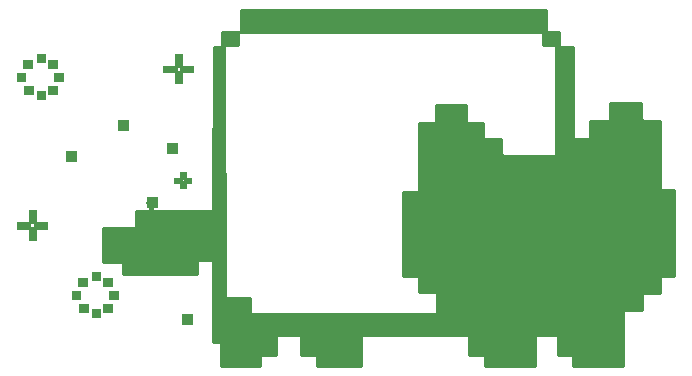
<source format=gbr>
G04 #@! TF.GenerationSoftware,KiCad,Pcbnew,(5.1.2)-1*
G04 #@! TF.CreationDate,2019-10-01T23:28:24-05:00*
G04 #@! TF.ProjectId,nyan,6e79616e-2e6b-4696-9361-645f70636258,rev?*
G04 #@! TF.SameCoordinates,Original*
G04 #@! TF.FileFunction,Copper,L1,Top*
G04 #@! TF.FilePolarity,Positive*
%FSLAX46Y46*%
G04 Gerber Fmt 4.6, Leading zero omitted, Abs format (unit mm)*
G04 Created by KiCad (PCBNEW (5.1.2)-1) date 2019-10-01 23:28:24*
%MOMM*%
%LPD*%
G04 APERTURE LIST*
%ADD10C,0.010000*%
%ADD11C,0.800000*%
%ADD12C,0.381000*%
%ADD13C,0.254000*%
G04 APERTURE END LIST*
D10*
G36*
X120675400Y-60004960D02*
G01*
X119934567Y-60004960D01*
X119934567Y-59306460D01*
X120675400Y-59306460D01*
X120675400Y-60004960D01*
X120675400Y-60004960D01*
G37*
X120675400Y-60004960D02*
X119934567Y-60004960D01*
X119934567Y-59306460D01*
X120675400Y-59306460D01*
X120675400Y-60004960D01*
G36*
X121648220Y-60535820D02*
G01*
X121323100Y-60535820D01*
X121206260Y-60535820D01*
X121094500Y-60535820D01*
X121015760Y-60535820D01*
X120962420Y-60535820D01*
X120929400Y-60535820D01*
X120929400Y-60492640D01*
X120929400Y-60431680D01*
X120929400Y-60347860D01*
X120929715Y-60241408D01*
X120929400Y-60170766D01*
X120929400Y-59835627D01*
X121691400Y-59835627D01*
X121691400Y-60535820D01*
X121648220Y-60535820D01*
G37*
X121648220Y-60535820D02*
X121323100Y-60535820D01*
X121206260Y-60535820D01*
X121094500Y-60535820D01*
X121015760Y-60535820D01*
X120962420Y-60535820D01*
X120929400Y-60535820D01*
X120929400Y-60492640D01*
X120929400Y-60431680D01*
X120929400Y-60347860D01*
X120929715Y-60241408D01*
X120929400Y-60170766D01*
X120929400Y-59835627D01*
X121691400Y-59835627D01*
X121691400Y-60535820D01*
X121648220Y-60535820D01*
G36*
X119511234Y-60534127D02*
G01*
X118770400Y-60534127D01*
X118770400Y-59835627D01*
X119511234Y-59835627D01*
X119511234Y-60534127D01*
X119511234Y-60534127D01*
G37*
X119511234Y-60534127D02*
X118770400Y-60534127D01*
X118770400Y-59835627D01*
X119511234Y-59835627D01*
X119511234Y-60534127D01*
G36*
X122157067Y-61613627D02*
G01*
X121395067Y-61613627D01*
X121395067Y-60936294D01*
X122157067Y-60936294D01*
X122157067Y-61613627D01*
X122157067Y-61613627D01*
G37*
X122157067Y-61613627D02*
X121395067Y-61613627D01*
X121395067Y-60936294D01*
X122157067Y-60936294D01*
X122157067Y-61613627D01*
G36*
X118982067Y-61613627D02*
G01*
X118241234Y-61613627D01*
X118241234Y-60936294D01*
X118982067Y-60936294D01*
X118982067Y-61613627D01*
X118982067Y-61613627D01*
G37*
X118982067Y-61613627D02*
X118241234Y-61613627D01*
X118241234Y-60936294D01*
X118982067Y-60936294D01*
X118982067Y-61613627D01*
G36*
X121627900Y-62714294D02*
G01*
X120887067Y-62714294D01*
X120887067Y-62015794D01*
X121627900Y-62015794D01*
X121627900Y-62714294D01*
X121627900Y-62714294D01*
G37*
X121627900Y-62714294D02*
X120887067Y-62714294D01*
X120887067Y-62015794D01*
X121627900Y-62015794D01*
X121627900Y-62714294D01*
G36*
X119595900Y-62714294D02*
G01*
X118855067Y-62714294D01*
X118855067Y-62015794D01*
X119595900Y-62015794D01*
X119595900Y-62714294D01*
X119595900Y-62714294D01*
G37*
X119595900Y-62714294D02*
X118855067Y-62714294D01*
X118855067Y-62015794D01*
X119595900Y-62015794D01*
X119595900Y-62714294D01*
G36*
X120675400Y-63137627D02*
G01*
X119934567Y-63137627D01*
X119934567Y-62439127D01*
X120675400Y-62439127D01*
X120675400Y-63137627D01*
X120675400Y-63137627D01*
G37*
X120675400Y-63137627D02*
X119934567Y-63137627D01*
X119934567Y-62439127D01*
X120675400Y-62439127D01*
X120675400Y-63137627D01*
G36*
X127655556Y-65333669D02*
G01*
X127649817Y-65751710D01*
X126792567Y-65763170D01*
X126792567Y-64915627D01*
X127661295Y-64915627D01*
X127655556Y-65333669D01*
X127655556Y-65333669D01*
G37*
X127655556Y-65333669D02*
X127649817Y-65751710D01*
X126792567Y-65763170D01*
X126792567Y-64915627D01*
X127661295Y-64915627D01*
X127655556Y-65333669D01*
G36*
X132346700Y-69268340D02*
G01*
X132567680Y-69268340D01*
X132566421Y-69545148D01*
X132567680Y-69804280D01*
X133050280Y-69804280D01*
X133050280Y-70208140D01*
X132571067Y-70207294D01*
X132571067Y-70694127D01*
X132063067Y-70694127D01*
X132063067Y-70207294D01*
X131597400Y-70207294D01*
X131597400Y-69910960D01*
X132211234Y-69910960D01*
X132211234Y-70080294D01*
X132422900Y-70080294D01*
X132422900Y-69910960D01*
X132211234Y-69910960D01*
X131597400Y-69910960D01*
X131597400Y-69805127D01*
X132063067Y-69805127D01*
X132064760Y-69268340D01*
X132273040Y-69268340D01*
X132346700Y-69268340D01*
G37*
X132346700Y-69268340D02*
X132567680Y-69268340D01*
X132566421Y-69545148D01*
X132567680Y-69804280D01*
X133050280Y-69804280D01*
X133050280Y-70208140D01*
X132571067Y-70207294D01*
X132571067Y-70694127D01*
X132063067Y-70694127D01*
X132063067Y-70207294D01*
X131597400Y-70207294D01*
X131597400Y-69910960D01*
X132211234Y-69910960D01*
X132211234Y-70080294D01*
X132422900Y-70080294D01*
X132422900Y-69910960D01*
X132211234Y-69910960D01*
X131597400Y-69910960D01*
X131597400Y-69805127D01*
X132063067Y-69805127D01*
X132064760Y-69268340D01*
X132273040Y-69268340D01*
X132346700Y-69268340D01*
G36*
X119860060Y-73517760D02*
G01*
X120337580Y-73517760D01*
X120804940Y-73517760D01*
X120804940Y-74094340D01*
X120340120Y-74094340D01*
X119865140Y-74094340D01*
X119860060Y-74546460D01*
X119860060Y-75018900D01*
X119270780Y-75021440D01*
X119273521Y-74551752D01*
X119275860Y-74084180D01*
X118287800Y-74084180D01*
X118283567Y-73636294D01*
X119420640Y-73638833D01*
X119420640Y-73935166D01*
X119750840Y-73935166D01*
X119750840Y-73638833D01*
X119341900Y-73636294D01*
X118283567Y-73636294D01*
X118283567Y-73509294D01*
X119278400Y-73509294D01*
X119278400Y-72556794D01*
X119857520Y-72557640D01*
X119860484Y-73472040D01*
X119860060Y-73517760D01*
G37*
X119860060Y-73517760D02*
X120337580Y-73517760D01*
X120804940Y-73517760D01*
X120804940Y-74094340D01*
X120340120Y-74094340D01*
X119865140Y-74094340D01*
X119860060Y-74546460D01*
X119860060Y-75018900D01*
X119270780Y-75021440D01*
X119273521Y-74551752D01*
X119275860Y-74084180D01*
X118287800Y-74084180D01*
X118283567Y-73636294D01*
X119420640Y-73638833D01*
X119420640Y-73935166D01*
X119750840Y-73935166D01*
X119750840Y-73638833D01*
X119341900Y-73636294D01*
X118283567Y-73636294D01*
X118283567Y-73509294D01*
X119278400Y-73509294D01*
X119278400Y-72556794D01*
X119857520Y-72557640D01*
X119860484Y-73472040D01*
X119860060Y-73517760D01*
G36*
X123281440Y-68392040D02*
G01*
X122867420Y-68392040D01*
X122707400Y-68392040D01*
X122593100Y-68392040D01*
X122514360Y-68392040D01*
X122461020Y-68392040D01*
X122415300Y-68392040D01*
X122415300Y-68361560D01*
X122415300Y-68333620D01*
X122415300Y-68270120D01*
X122415300Y-68178680D01*
X122415300Y-68061840D01*
X122415300Y-67939920D01*
X122415300Y-67541140D01*
X123281440Y-67541957D01*
X123281440Y-68389500D01*
X123281440Y-68392040D01*
G37*
X123281440Y-68392040D02*
X122867420Y-68392040D01*
X122707400Y-68392040D01*
X122593100Y-68392040D01*
X122514360Y-68392040D01*
X122461020Y-68392040D01*
X122415300Y-68392040D01*
X122415300Y-68361560D01*
X122415300Y-68333620D01*
X122415300Y-68270120D01*
X122415300Y-68178680D01*
X122415300Y-68061840D01*
X122415300Y-67939920D01*
X122415300Y-67541140D01*
X123281440Y-67541957D01*
X123281440Y-68389500D01*
X123281440Y-68392040D01*
G36*
X133079067Y-82187627D02*
G01*
X132211234Y-82187627D01*
X132211234Y-81362127D01*
X133079067Y-81362127D01*
X133079067Y-82187627D01*
X133079067Y-82187627D01*
G37*
X133079067Y-82187627D02*
X132211234Y-82187627D01*
X132211234Y-81362127D01*
X133079067Y-81362127D01*
X133079067Y-82187627D01*
G36*
X130114733Y-72260460D02*
G01*
X129246900Y-72260460D01*
X129246900Y-71434960D01*
X130114733Y-71434960D01*
X130114733Y-72260460D01*
X130114733Y-72260460D01*
G37*
X130114733Y-72260460D02*
X129246900Y-72260460D01*
X129246900Y-71434960D01*
X130114733Y-71434960D01*
X130114733Y-72260460D01*
G36*
X131845473Y-67675760D02*
G01*
X130977640Y-67675760D01*
X130977640Y-66850260D01*
X131845473Y-66850260D01*
X131845473Y-67675760D01*
X131845473Y-67675760D01*
G37*
X131845473Y-67675760D02*
X130977640Y-67675760D01*
X130977640Y-66850260D01*
X131845473Y-66850260D01*
X131845473Y-67675760D01*
G36*
X132224780Y-60291980D02*
G01*
X132702300Y-60291980D01*
X133169660Y-60291980D01*
X133169660Y-60868560D01*
X132704840Y-60868560D01*
X132229860Y-60868560D01*
X132224780Y-61320680D01*
X132224780Y-61793120D01*
X131635500Y-61795660D01*
X131638241Y-61325972D01*
X131640580Y-60858400D01*
X130652520Y-60858400D01*
X130648287Y-60410514D01*
X131785360Y-60413053D01*
X131785360Y-60709386D01*
X132115560Y-60709386D01*
X132115560Y-60413053D01*
X131706620Y-60410514D01*
X130648287Y-60410514D01*
X130648287Y-60283514D01*
X131643120Y-60283514D01*
X131643120Y-59331014D01*
X132222240Y-59331860D01*
X132225204Y-60246260D01*
X132224780Y-60291980D01*
G37*
X132224780Y-60291980D02*
X132702300Y-60291980D01*
X133169660Y-60291980D01*
X133169660Y-60868560D01*
X132704840Y-60868560D01*
X132229860Y-60868560D01*
X132224780Y-61320680D01*
X132224780Y-61793120D01*
X131635500Y-61795660D01*
X131638241Y-61325972D01*
X131640580Y-60858400D01*
X130652520Y-60858400D01*
X130648287Y-60410514D01*
X131785360Y-60413053D01*
X131785360Y-60709386D01*
X132115560Y-60709386D01*
X132115560Y-60413053D01*
X131706620Y-60410514D01*
X130648287Y-60410514D01*
X130648287Y-60283514D01*
X131643120Y-60283514D01*
X131643120Y-59331014D01*
X132222240Y-59331860D01*
X132225204Y-60246260D01*
X132224780Y-60291980D01*
G36*
X126281180Y-81159774D02*
G01*
X125540347Y-81159774D01*
X125540347Y-80461274D01*
X126281180Y-80461274D01*
X126281180Y-81159774D01*
X126281180Y-81159774D01*
G37*
X126281180Y-81159774D02*
X125540347Y-81159774D01*
X125540347Y-80461274D01*
X126281180Y-80461274D01*
X126281180Y-81159774D01*
G36*
X124164514Y-78979607D02*
G01*
X123423680Y-78979607D01*
X123423680Y-78281107D01*
X124164514Y-78281107D01*
X124164514Y-78979607D01*
X124164514Y-78979607D01*
G37*
X124164514Y-78979607D02*
X123423680Y-78979607D01*
X123423680Y-78281107D01*
X124164514Y-78281107D01*
X124164514Y-78979607D01*
G36*
X126344680Y-78979607D02*
G01*
X125977791Y-78979607D01*
X125857000Y-78978830D01*
X125750320Y-78978760D01*
X125666500Y-78978760D01*
X125614208Y-78978760D01*
X125585220Y-78978760D01*
X125585220Y-78940525D01*
X125585220Y-78877160D01*
X125585220Y-78793694D01*
X125585220Y-78686660D01*
X125585220Y-78615540D01*
X125585220Y-78280260D01*
X126344680Y-78281107D01*
X126344680Y-78979607D01*
X126344680Y-78979607D01*
G37*
X126344680Y-78979607D02*
X125977791Y-78979607D01*
X125857000Y-78978830D01*
X125750320Y-78978760D01*
X125666500Y-78978760D01*
X125614208Y-78978760D01*
X125585220Y-78978760D01*
X125585220Y-78940525D01*
X125585220Y-78877160D01*
X125585220Y-78793694D01*
X125585220Y-78686660D01*
X125585220Y-78615540D01*
X125585220Y-78280260D01*
X126344680Y-78281107D01*
X126344680Y-78979607D01*
G36*
X123635347Y-80059107D02*
G01*
X122894514Y-80059107D01*
X122894514Y-79381774D01*
X123635347Y-79381774D01*
X123635347Y-80059107D01*
X123635347Y-80059107D01*
G37*
X123635347Y-80059107D02*
X122894514Y-80059107D01*
X122894514Y-79381774D01*
X123635347Y-79381774D01*
X123635347Y-80059107D01*
G36*
X125328680Y-78450440D02*
G01*
X124587847Y-78450440D01*
X124587847Y-77751940D01*
X125328680Y-77751940D01*
X125328680Y-78450440D01*
X125328680Y-78450440D01*
G37*
X125328680Y-78450440D02*
X124587847Y-78450440D01*
X124587847Y-77751940D01*
X125328680Y-77751940D01*
X125328680Y-78450440D01*
G36*
X124249180Y-81159774D02*
G01*
X123508347Y-81159774D01*
X123508347Y-80461274D01*
X124249180Y-80461274D01*
X124249180Y-81159774D01*
X124249180Y-81159774D01*
G37*
X124249180Y-81159774D02*
X123508347Y-81159774D01*
X123508347Y-80461274D01*
X124249180Y-80461274D01*
X124249180Y-81159774D01*
G36*
X126810347Y-80059107D02*
G01*
X126048347Y-80059107D01*
X126048347Y-79381774D01*
X126810347Y-79381774D01*
X126810347Y-80059107D01*
X126810347Y-80059107D01*
G37*
X126810347Y-80059107D02*
X126048347Y-80059107D01*
X126048347Y-79381774D01*
X126810347Y-79381774D01*
X126810347Y-80059107D01*
G36*
X125328680Y-81583107D02*
G01*
X124587847Y-81583107D01*
X124587847Y-80884607D01*
X125328680Y-80884607D01*
X125328680Y-81583107D01*
X125328680Y-81583107D01*
G37*
X125328680Y-81583107D02*
X124587847Y-81583107D01*
X124587847Y-80884607D01*
X125328680Y-80884607D01*
X125328680Y-81583107D01*
D11*
X135382000Y-73787000D03*
X129667000Y-71882000D03*
X135382000Y-66294000D03*
X135382000Y-76454000D03*
X135509000Y-64135000D03*
X135509000Y-59944000D03*
D12*
X129667000Y-71882000D02*
X129667000Y-72644000D01*
D13*
G36*
X163033595Y-57250251D02*
G01*
X163032739Y-57258943D01*
X163036156Y-57293641D01*
X163046277Y-57327006D01*
X163062713Y-57357754D01*
X163084832Y-57384706D01*
X163111784Y-57406825D01*
X163142532Y-57423261D01*
X163175897Y-57433382D01*
X163210595Y-57436799D01*
X163219287Y-57435943D01*
X164133270Y-57435943D01*
X164133269Y-58514258D01*
X164132413Y-58522950D01*
X164135830Y-58557648D01*
X164145951Y-58591013D01*
X164162387Y-58621761D01*
X164184506Y-58648713D01*
X164211458Y-58670832D01*
X164242206Y-58687268D01*
X164275571Y-58697389D01*
X164310269Y-58700806D01*
X164318961Y-58699950D01*
X165344103Y-58699950D01*
X165344102Y-62726749D01*
X165344103Y-62726759D01*
X165344102Y-66350261D01*
X165343247Y-66359245D01*
X165344983Y-66376298D01*
X165346663Y-66393358D01*
X165346748Y-66393639D01*
X165346778Y-66393931D01*
X165351792Y-66410266D01*
X165356784Y-66426723D01*
X165356923Y-66426983D01*
X165357009Y-66427263D01*
X165365114Y-66442307D01*
X165373220Y-66457471D01*
X165373407Y-66457699D01*
X165373546Y-66457957D01*
X165384484Y-66471196D01*
X165395339Y-66484423D01*
X165395565Y-66484609D01*
X165395753Y-66484836D01*
X165408953Y-66495596D01*
X165422291Y-66506543D01*
X165422555Y-66506684D01*
X165422778Y-66506866D01*
X165437645Y-66514750D01*
X165453039Y-66522979D01*
X165453325Y-66523066D01*
X165453580Y-66523201D01*
X165469826Y-66528071D01*
X165486404Y-66533100D01*
X165486697Y-66533129D01*
X165486978Y-66533213D01*
X165503900Y-66534823D01*
X165521102Y-66536517D01*
X165530090Y-66535632D01*
X166608755Y-66532089D01*
X166617162Y-66532917D01*
X166626149Y-66532032D01*
X166626435Y-66532031D01*
X166634667Y-66531193D01*
X166651860Y-66529500D01*
X166652142Y-66529415D01*
X166652432Y-66529385D01*
X166668683Y-66524397D01*
X166685225Y-66519379D01*
X166685487Y-66519239D01*
X166685764Y-66519154D01*
X166700682Y-66511117D01*
X166715973Y-66502943D01*
X166716202Y-66502755D01*
X166716458Y-66502617D01*
X166729548Y-66491802D01*
X166742925Y-66480824D01*
X166743113Y-66480595D01*
X166743337Y-66480410D01*
X166754024Y-66467300D01*
X166765044Y-66453872D01*
X166765185Y-66453608D01*
X166765367Y-66453385D01*
X166773251Y-66438518D01*
X166781480Y-66423124D01*
X166781567Y-66422838D01*
X166781702Y-66422583D01*
X166786572Y-66406337D01*
X166791601Y-66389759D01*
X166791630Y-66389466D01*
X166791714Y-66389185D01*
X166793337Y-66372133D01*
X166794162Y-66363753D01*
X166794162Y-66363461D01*
X166795017Y-66354477D01*
X166794162Y-66346078D01*
X166794162Y-64953864D01*
X168309660Y-64953864D01*
X168318352Y-64954720D01*
X168327044Y-64953864D01*
X168353050Y-64951303D01*
X168386415Y-64941182D01*
X168417163Y-64924746D01*
X168444115Y-64902627D01*
X168466234Y-64875675D01*
X168482670Y-64844927D01*
X168492791Y-64811562D01*
X168496208Y-64776864D01*
X168495352Y-64768172D01*
X168495352Y-63426308D01*
X171150983Y-63426308D01*
X171150982Y-64768172D01*
X171150126Y-64776864D01*
X171153543Y-64811562D01*
X171163664Y-64844927D01*
X171180100Y-64875675D01*
X171202219Y-64902627D01*
X171229171Y-64924746D01*
X171259919Y-64941182D01*
X171293284Y-64951303D01*
X171327982Y-64954720D01*
X171336674Y-64953864D01*
X172695593Y-64953864D01*
X172695592Y-70664411D01*
X172694736Y-70673103D01*
X172698153Y-70707801D01*
X172708274Y-70741166D01*
X172724710Y-70771914D01*
X172746829Y-70798866D01*
X172770748Y-70818496D01*
X172773781Y-70820985D01*
X172804529Y-70837421D01*
X172837894Y-70847542D01*
X172872592Y-70850959D01*
X172881284Y-70850103D01*
X173930143Y-70850103D01*
X173930142Y-78132827D01*
X172881284Y-78132827D01*
X172872592Y-78131971D01*
X172863900Y-78132827D01*
X172837894Y-78135388D01*
X172804529Y-78145509D01*
X172773781Y-78161945D01*
X172746829Y-78184064D01*
X172724710Y-78211016D01*
X172708274Y-78241764D01*
X172698153Y-78275129D01*
X172694736Y-78309827D01*
X172695593Y-78318529D01*
X172695592Y-79521374D01*
X171402834Y-79521374D01*
X171394142Y-79520518D01*
X171385450Y-79521374D01*
X171359444Y-79523935D01*
X171326079Y-79534056D01*
X171295331Y-79550492D01*
X171268379Y-79572611D01*
X171246260Y-79599563D01*
X171229824Y-79630311D01*
X171219703Y-79663676D01*
X171216286Y-79698374D01*
X171217143Y-79707076D01*
X171217142Y-80951261D01*
X169783814Y-80951261D01*
X169775122Y-80950405D01*
X169766430Y-80951261D01*
X169740424Y-80953822D01*
X169707059Y-80963943D01*
X169676311Y-80980379D01*
X169649359Y-81002498D01*
X169627240Y-81029450D01*
X169610804Y-81060198D01*
X169600683Y-81093563D01*
X169597266Y-81128261D01*
X169598123Y-81136963D01*
X169598122Y-83197292D01*
X169598123Y-83197302D01*
X169598122Y-85685293D01*
X165387158Y-85685293D01*
X165387158Y-84980797D01*
X165388014Y-84972106D01*
X165384597Y-84937408D01*
X165374476Y-84904043D01*
X165358040Y-84873295D01*
X165335921Y-84846343D01*
X165308969Y-84824224D01*
X165278221Y-84807788D01*
X165244856Y-84797667D01*
X165218850Y-84795106D01*
X165210158Y-84794250D01*
X165201466Y-84795106D01*
X164092917Y-84795106D01*
X164092917Y-83287164D01*
X164093773Y-83278472D01*
X164090356Y-83243774D01*
X164080235Y-83210409D01*
X164063799Y-83179661D01*
X164041680Y-83152709D01*
X164014728Y-83130590D01*
X163983980Y-83114154D01*
X163950615Y-83104033D01*
X163924609Y-83101472D01*
X163915917Y-83100616D01*
X163907225Y-83101472D01*
X162285569Y-83101472D01*
X162276877Y-83100616D01*
X162268185Y-83101472D01*
X162242179Y-83104033D01*
X162208814Y-83114154D01*
X162178066Y-83130590D01*
X162151114Y-83152709D01*
X162128995Y-83179661D01*
X162112559Y-83210409D01*
X162102438Y-83243774D01*
X162099021Y-83278472D01*
X162099878Y-83287174D01*
X162099877Y-85685293D01*
X157868531Y-85685293D01*
X157868531Y-84980797D01*
X157869387Y-84972106D01*
X157865970Y-84937408D01*
X157855849Y-84904043D01*
X157839413Y-84873295D01*
X157817294Y-84846343D01*
X157790342Y-84824224D01*
X157759594Y-84807788D01*
X157726229Y-84797667D01*
X157700223Y-84795106D01*
X157691531Y-84794250D01*
X157682839Y-84795106D01*
X156591047Y-84795106D01*
X156591047Y-83287164D01*
X156591903Y-83278472D01*
X156588486Y-83243774D01*
X156578365Y-83210409D01*
X156561929Y-83179661D01*
X156539810Y-83152709D01*
X156512858Y-83130590D01*
X156482110Y-83114154D01*
X156448745Y-83104033D01*
X156422739Y-83101472D01*
X156414047Y-83100616D01*
X156405355Y-83101472D01*
X147569147Y-83101472D01*
X147560455Y-83100616D01*
X147551763Y-83101472D01*
X147525757Y-83104033D01*
X147492392Y-83114154D01*
X147461644Y-83130590D01*
X147434692Y-83152709D01*
X147412573Y-83179661D01*
X147396137Y-83210409D01*
X147386016Y-83243774D01*
X147382599Y-83278472D01*
X147383456Y-83287174D01*
X147383455Y-84484510D01*
X147383456Y-84484520D01*
X147383455Y-85685293D01*
X143700115Y-85685293D01*
X143700115Y-84980797D01*
X143700971Y-84972106D01*
X143697554Y-84937408D01*
X143687433Y-84904043D01*
X143670997Y-84873295D01*
X143648878Y-84846343D01*
X143621926Y-84824224D01*
X143591178Y-84807788D01*
X143557813Y-84797667D01*
X143531807Y-84795106D01*
X143523115Y-84794250D01*
X143514423Y-84795106D01*
X142363485Y-84795106D01*
X142363485Y-83287164D01*
X142364341Y-83278472D01*
X142360924Y-83243774D01*
X142350803Y-83210409D01*
X142334367Y-83179661D01*
X142312248Y-83152709D01*
X142285296Y-83130590D01*
X142254548Y-83114154D01*
X142221183Y-83104033D01*
X142195177Y-83101472D01*
X142186485Y-83100616D01*
X142177793Y-83101472D01*
X140407837Y-83101472D01*
X140399145Y-83100616D01*
X140390453Y-83101472D01*
X140364447Y-83104033D01*
X140331082Y-83114154D01*
X140300334Y-83130590D01*
X140273382Y-83152709D01*
X140251263Y-83179661D01*
X140234827Y-83210409D01*
X140224706Y-83243774D01*
X140221289Y-83278472D01*
X140222146Y-83287174D01*
X140222145Y-84795106D01*
X139051467Y-84795106D01*
X139042775Y-84794250D01*
X139034083Y-84795106D01*
X139008077Y-84797667D01*
X138974712Y-84807788D01*
X138943964Y-84824224D01*
X138917012Y-84846343D01*
X138894893Y-84873295D01*
X138878457Y-84904043D01*
X138868336Y-84937408D01*
X138864919Y-84972106D01*
X138865776Y-84980808D01*
X138865775Y-85685293D01*
X135522825Y-85685293D01*
X135522825Y-83843724D01*
X135523681Y-83835032D01*
X135520264Y-83800334D01*
X135510143Y-83766969D01*
X135493707Y-83736221D01*
X135471588Y-83709269D01*
X135444636Y-83687150D01*
X135413888Y-83670714D01*
X135380523Y-83660593D01*
X135354517Y-83658032D01*
X135345825Y-83657176D01*
X135337133Y-83658032D01*
X134899400Y-83658032D01*
X134899400Y-76835000D01*
X134896960Y-76810224D01*
X134889733Y-76786399D01*
X134877997Y-76764443D01*
X134862203Y-76745197D01*
X134842957Y-76729403D01*
X134821001Y-76717667D01*
X134797176Y-76710440D01*
X134772400Y-76708000D01*
X133680200Y-76708000D01*
X133655424Y-76710440D01*
X133631599Y-76717667D01*
X133609643Y-76729403D01*
X133590397Y-76745197D01*
X133574603Y-76764443D01*
X133562867Y-76786399D01*
X133555640Y-76810224D01*
X133553200Y-76835000D01*
X133553200Y-77902293D01*
X127279400Y-77926705D01*
X127279400Y-77012800D01*
X127276960Y-76988024D01*
X127269733Y-76964199D01*
X127257997Y-76942243D01*
X127242203Y-76922997D01*
X127222957Y-76907203D01*
X127201001Y-76895467D01*
X127177176Y-76888240D01*
X127152400Y-76885800D01*
X125552200Y-76885800D01*
X125552200Y-76860929D01*
X125576500Y-74066400D01*
X128219200Y-74066400D01*
X128243976Y-74063960D01*
X128267801Y-74056733D01*
X128289757Y-74044997D01*
X128309003Y-74029203D01*
X128324797Y-74009957D01*
X128336533Y-73988001D01*
X128343760Y-73964176D01*
X128346200Y-73939400D01*
X128346200Y-72618108D01*
X134760193Y-72593199D01*
X134784960Y-72590663D01*
X134808756Y-72583343D01*
X134830667Y-72571522D01*
X134849851Y-72555653D01*
X134865570Y-72536347D01*
X134877221Y-72514345D01*
X134884355Y-72490493D01*
X134886700Y-72466546D01*
X134924246Y-58699950D01*
X135485476Y-58699950D01*
X135494168Y-58700806D01*
X135502860Y-58699950D01*
X135528866Y-58697389D01*
X135562231Y-58687268D01*
X135567502Y-58684450D01*
X135841740Y-58684450D01*
X135890000Y-79807090D01*
X135892497Y-79831861D01*
X135899779Y-79855669D01*
X135911565Y-79877598D01*
X135927403Y-79896808D01*
X135946684Y-79912558D01*
X135968667Y-79924243D01*
X135992508Y-79931416D01*
X136017000Y-79933800D01*
X137972800Y-79933800D01*
X137972800Y-81165700D01*
X137975240Y-81190476D01*
X137982467Y-81214301D01*
X137994203Y-81236257D01*
X138009997Y-81255503D01*
X138029243Y-81271297D01*
X138051199Y-81283033D01*
X138075024Y-81290260D01*
X138099800Y-81292700D01*
X153695400Y-81292700D01*
X153720176Y-81290260D01*
X153744001Y-81283033D01*
X153765957Y-81271297D01*
X153785203Y-81255503D01*
X153800997Y-81236257D01*
X153812733Y-81214301D01*
X153819960Y-81190476D01*
X153822396Y-81166741D01*
X153835096Y-79617341D01*
X153832859Y-79592545D01*
X153825827Y-79568663D01*
X153814271Y-79546610D01*
X153798636Y-79527237D01*
X153779521Y-79511285D01*
X153757661Y-79499370D01*
X153733897Y-79491948D01*
X153708100Y-79489300D01*
X152310866Y-79489300D01*
X152308560Y-78239386D01*
X152306074Y-78214614D01*
X152298803Y-78190803D01*
X152287026Y-78168868D01*
X152271197Y-78149652D01*
X152251922Y-78133893D01*
X152229944Y-78122198D01*
X152206107Y-78115015D01*
X152181560Y-78112620D01*
X150936960Y-78112620D01*
X150936960Y-70965060D01*
X152201880Y-70965060D01*
X152226656Y-70962620D01*
X152250481Y-70955393D01*
X152272437Y-70943657D01*
X152291683Y-70927863D01*
X152307477Y-70908617D01*
X152319213Y-70886661D01*
X152326440Y-70862836D01*
X152328880Y-70838282D01*
X152338818Y-65151000D01*
X153647140Y-65151000D01*
X153671916Y-65148560D01*
X153695741Y-65141333D01*
X153717697Y-65129597D01*
X153736943Y-65113803D01*
X153752737Y-65094557D01*
X153764473Y-65072601D01*
X153771700Y-65048776D01*
X153774138Y-65023363D01*
X153767158Y-63632080D01*
X156291065Y-63632080D01*
X156288740Y-65011086D01*
X156291139Y-65035866D01*
X156298326Y-65059703D01*
X156310025Y-65081679D01*
X156325786Y-65100951D01*
X156345005Y-65116778D01*
X156366941Y-65128551D01*
X156390754Y-65135818D01*
X156415958Y-65138300D01*
X157769791Y-65135978D01*
X157772100Y-66403451D01*
X157774586Y-66428223D01*
X157781856Y-66452034D01*
X157793632Y-66473970D01*
X157809461Y-66493186D01*
X157828735Y-66508945D01*
X157850713Y-66520641D01*
X157874550Y-66527825D01*
X157899100Y-66530220D01*
X159298640Y-66530220D01*
X159298640Y-67782440D01*
X159301080Y-67807216D01*
X159308307Y-67831041D01*
X159320043Y-67852997D01*
X159335837Y-67872243D01*
X159355083Y-67888037D01*
X159377039Y-67899773D01*
X159400864Y-67907000D01*
X159425714Y-67909440D01*
X163799594Y-67906900D01*
X163824369Y-67904445D01*
X163848189Y-67897204D01*
X163870139Y-67885456D01*
X163889375Y-67869650D01*
X163905158Y-67850396D01*
X163916881Y-67828433D01*
X163924094Y-67804604D01*
X163926520Y-67779865D01*
X163923980Y-58686665D01*
X163921533Y-58661889D01*
X163914299Y-58638066D01*
X163902557Y-58616113D01*
X163886757Y-58596872D01*
X163867508Y-58581084D01*
X163845548Y-58569354D01*
X163821722Y-58562133D01*
X163796980Y-58559700D01*
X162846733Y-58559700D01*
X162844480Y-57563733D01*
X162841983Y-57538962D01*
X162834702Y-57515154D01*
X162822917Y-57493224D01*
X162807079Y-57474014D01*
X162787798Y-57458264D01*
X162765815Y-57446578D01*
X162741975Y-57439405D01*
X162717480Y-57437020D01*
X137114280Y-57437020D01*
X137089504Y-57439460D01*
X137065679Y-57446687D01*
X137043723Y-57458423D01*
X137024477Y-57474217D01*
X137008683Y-57493463D01*
X136996947Y-57515419D01*
X136989720Y-57539244D01*
X136987280Y-57564020D01*
X136987280Y-58559418D01*
X135969022Y-58557160D01*
X135944240Y-58559546D01*
X135920399Y-58566720D01*
X135898417Y-58578407D01*
X135879137Y-58594159D01*
X135863300Y-58613369D01*
X135851515Y-58635299D01*
X135844236Y-58659107D01*
X135841740Y-58684450D01*
X135567502Y-58684450D01*
X135592979Y-58670832D01*
X135619931Y-58648713D01*
X135642050Y-58621761D01*
X135658486Y-58591013D01*
X135668607Y-58557648D01*
X135672024Y-58522950D01*
X135671168Y-58514258D01*
X135671168Y-57435943D01*
X137089520Y-57435943D01*
X137098212Y-57436799D01*
X137106904Y-57435943D01*
X137132910Y-57433382D01*
X137166275Y-57423261D01*
X137197023Y-57406825D01*
X137223975Y-57384706D01*
X137246094Y-57357754D01*
X137262530Y-57327006D01*
X137272651Y-57293641D01*
X137276068Y-57258943D01*
X137275212Y-57250251D01*
X137275212Y-55592645D01*
X163033596Y-55592645D01*
X163033595Y-57250251D01*
X163033595Y-57250251D01*
G37*
X163033595Y-57250251D02*
X163032739Y-57258943D01*
X163036156Y-57293641D01*
X163046277Y-57327006D01*
X163062713Y-57357754D01*
X163084832Y-57384706D01*
X163111784Y-57406825D01*
X163142532Y-57423261D01*
X163175897Y-57433382D01*
X163210595Y-57436799D01*
X163219287Y-57435943D01*
X164133270Y-57435943D01*
X164133269Y-58514258D01*
X164132413Y-58522950D01*
X164135830Y-58557648D01*
X164145951Y-58591013D01*
X164162387Y-58621761D01*
X164184506Y-58648713D01*
X164211458Y-58670832D01*
X164242206Y-58687268D01*
X164275571Y-58697389D01*
X164310269Y-58700806D01*
X164318961Y-58699950D01*
X165344103Y-58699950D01*
X165344102Y-62726749D01*
X165344103Y-62726759D01*
X165344102Y-66350261D01*
X165343247Y-66359245D01*
X165344983Y-66376298D01*
X165346663Y-66393358D01*
X165346748Y-66393639D01*
X165346778Y-66393931D01*
X165351792Y-66410266D01*
X165356784Y-66426723D01*
X165356923Y-66426983D01*
X165357009Y-66427263D01*
X165365114Y-66442307D01*
X165373220Y-66457471D01*
X165373407Y-66457699D01*
X165373546Y-66457957D01*
X165384484Y-66471196D01*
X165395339Y-66484423D01*
X165395565Y-66484609D01*
X165395753Y-66484836D01*
X165408953Y-66495596D01*
X165422291Y-66506543D01*
X165422555Y-66506684D01*
X165422778Y-66506866D01*
X165437645Y-66514750D01*
X165453039Y-66522979D01*
X165453325Y-66523066D01*
X165453580Y-66523201D01*
X165469826Y-66528071D01*
X165486404Y-66533100D01*
X165486697Y-66533129D01*
X165486978Y-66533213D01*
X165503900Y-66534823D01*
X165521102Y-66536517D01*
X165530090Y-66535632D01*
X166608755Y-66532089D01*
X166617162Y-66532917D01*
X166626149Y-66532032D01*
X166626435Y-66532031D01*
X166634667Y-66531193D01*
X166651860Y-66529500D01*
X166652142Y-66529415D01*
X166652432Y-66529385D01*
X166668683Y-66524397D01*
X166685225Y-66519379D01*
X166685487Y-66519239D01*
X166685764Y-66519154D01*
X166700682Y-66511117D01*
X166715973Y-66502943D01*
X166716202Y-66502755D01*
X166716458Y-66502617D01*
X166729548Y-66491802D01*
X166742925Y-66480824D01*
X166743113Y-66480595D01*
X166743337Y-66480410D01*
X166754024Y-66467300D01*
X166765044Y-66453872D01*
X166765185Y-66453608D01*
X166765367Y-66453385D01*
X166773251Y-66438518D01*
X166781480Y-66423124D01*
X166781567Y-66422838D01*
X166781702Y-66422583D01*
X166786572Y-66406337D01*
X166791601Y-66389759D01*
X166791630Y-66389466D01*
X166791714Y-66389185D01*
X166793337Y-66372133D01*
X166794162Y-66363753D01*
X166794162Y-66363461D01*
X166795017Y-66354477D01*
X166794162Y-66346078D01*
X166794162Y-64953864D01*
X168309660Y-64953864D01*
X168318352Y-64954720D01*
X168327044Y-64953864D01*
X168353050Y-64951303D01*
X168386415Y-64941182D01*
X168417163Y-64924746D01*
X168444115Y-64902627D01*
X168466234Y-64875675D01*
X168482670Y-64844927D01*
X168492791Y-64811562D01*
X168496208Y-64776864D01*
X168495352Y-64768172D01*
X168495352Y-63426308D01*
X171150983Y-63426308D01*
X171150982Y-64768172D01*
X171150126Y-64776864D01*
X171153543Y-64811562D01*
X171163664Y-64844927D01*
X171180100Y-64875675D01*
X171202219Y-64902627D01*
X171229171Y-64924746D01*
X171259919Y-64941182D01*
X171293284Y-64951303D01*
X171327982Y-64954720D01*
X171336674Y-64953864D01*
X172695593Y-64953864D01*
X172695592Y-70664411D01*
X172694736Y-70673103D01*
X172698153Y-70707801D01*
X172708274Y-70741166D01*
X172724710Y-70771914D01*
X172746829Y-70798866D01*
X172770748Y-70818496D01*
X172773781Y-70820985D01*
X172804529Y-70837421D01*
X172837894Y-70847542D01*
X172872592Y-70850959D01*
X172881284Y-70850103D01*
X173930143Y-70850103D01*
X173930142Y-78132827D01*
X172881284Y-78132827D01*
X172872592Y-78131971D01*
X172863900Y-78132827D01*
X172837894Y-78135388D01*
X172804529Y-78145509D01*
X172773781Y-78161945D01*
X172746829Y-78184064D01*
X172724710Y-78211016D01*
X172708274Y-78241764D01*
X172698153Y-78275129D01*
X172694736Y-78309827D01*
X172695593Y-78318529D01*
X172695592Y-79521374D01*
X171402834Y-79521374D01*
X171394142Y-79520518D01*
X171385450Y-79521374D01*
X171359444Y-79523935D01*
X171326079Y-79534056D01*
X171295331Y-79550492D01*
X171268379Y-79572611D01*
X171246260Y-79599563D01*
X171229824Y-79630311D01*
X171219703Y-79663676D01*
X171216286Y-79698374D01*
X171217143Y-79707076D01*
X171217142Y-80951261D01*
X169783814Y-80951261D01*
X169775122Y-80950405D01*
X169766430Y-80951261D01*
X169740424Y-80953822D01*
X169707059Y-80963943D01*
X169676311Y-80980379D01*
X169649359Y-81002498D01*
X169627240Y-81029450D01*
X169610804Y-81060198D01*
X169600683Y-81093563D01*
X169597266Y-81128261D01*
X169598123Y-81136963D01*
X169598122Y-83197292D01*
X169598123Y-83197302D01*
X169598122Y-85685293D01*
X165387158Y-85685293D01*
X165387158Y-84980797D01*
X165388014Y-84972106D01*
X165384597Y-84937408D01*
X165374476Y-84904043D01*
X165358040Y-84873295D01*
X165335921Y-84846343D01*
X165308969Y-84824224D01*
X165278221Y-84807788D01*
X165244856Y-84797667D01*
X165218850Y-84795106D01*
X165210158Y-84794250D01*
X165201466Y-84795106D01*
X164092917Y-84795106D01*
X164092917Y-83287164D01*
X164093773Y-83278472D01*
X164090356Y-83243774D01*
X164080235Y-83210409D01*
X164063799Y-83179661D01*
X164041680Y-83152709D01*
X164014728Y-83130590D01*
X163983980Y-83114154D01*
X163950615Y-83104033D01*
X163924609Y-83101472D01*
X163915917Y-83100616D01*
X163907225Y-83101472D01*
X162285569Y-83101472D01*
X162276877Y-83100616D01*
X162268185Y-83101472D01*
X162242179Y-83104033D01*
X162208814Y-83114154D01*
X162178066Y-83130590D01*
X162151114Y-83152709D01*
X162128995Y-83179661D01*
X162112559Y-83210409D01*
X162102438Y-83243774D01*
X162099021Y-83278472D01*
X162099878Y-83287174D01*
X162099877Y-85685293D01*
X157868531Y-85685293D01*
X157868531Y-84980797D01*
X157869387Y-84972106D01*
X157865970Y-84937408D01*
X157855849Y-84904043D01*
X157839413Y-84873295D01*
X157817294Y-84846343D01*
X157790342Y-84824224D01*
X157759594Y-84807788D01*
X157726229Y-84797667D01*
X157700223Y-84795106D01*
X157691531Y-84794250D01*
X157682839Y-84795106D01*
X156591047Y-84795106D01*
X156591047Y-83287164D01*
X156591903Y-83278472D01*
X156588486Y-83243774D01*
X156578365Y-83210409D01*
X156561929Y-83179661D01*
X156539810Y-83152709D01*
X156512858Y-83130590D01*
X156482110Y-83114154D01*
X156448745Y-83104033D01*
X156422739Y-83101472D01*
X156414047Y-83100616D01*
X156405355Y-83101472D01*
X147569147Y-83101472D01*
X147560455Y-83100616D01*
X147551763Y-83101472D01*
X147525757Y-83104033D01*
X147492392Y-83114154D01*
X147461644Y-83130590D01*
X147434692Y-83152709D01*
X147412573Y-83179661D01*
X147396137Y-83210409D01*
X147386016Y-83243774D01*
X147382599Y-83278472D01*
X147383456Y-83287174D01*
X147383455Y-84484510D01*
X147383456Y-84484520D01*
X147383455Y-85685293D01*
X143700115Y-85685293D01*
X143700115Y-84980797D01*
X143700971Y-84972106D01*
X143697554Y-84937408D01*
X143687433Y-84904043D01*
X143670997Y-84873295D01*
X143648878Y-84846343D01*
X143621926Y-84824224D01*
X143591178Y-84807788D01*
X143557813Y-84797667D01*
X143531807Y-84795106D01*
X143523115Y-84794250D01*
X143514423Y-84795106D01*
X142363485Y-84795106D01*
X142363485Y-83287164D01*
X142364341Y-83278472D01*
X142360924Y-83243774D01*
X142350803Y-83210409D01*
X142334367Y-83179661D01*
X142312248Y-83152709D01*
X142285296Y-83130590D01*
X142254548Y-83114154D01*
X142221183Y-83104033D01*
X142195177Y-83101472D01*
X142186485Y-83100616D01*
X142177793Y-83101472D01*
X140407837Y-83101472D01*
X140399145Y-83100616D01*
X140390453Y-83101472D01*
X140364447Y-83104033D01*
X140331082Y-83114154D01*
X140300334Y-83130590D01*
X140273382Y-83152709D01*
X140251263Y-83179661D01*
X140234827Y-83210409D01*
X140224706Y-83243774D01*
X140221289Y-83278472D01*
X140222146Y-83287174D01*
X140222145Y-84795106D01*
X139051467Y-84795106D01*
X139042775Y-84794250D01*
X139034083Y-84795106D01*
X139008077Y-84797667D01*
X138974712Y-84807788D01*
X138943964Y-84824224D01*
X138917012Y-84846343D01*
X138894893Y-84873295D01*
X138878457Y-84904043D01*
X138868336Y-84937408D01*
X138864919Y-84972106D01*
X138865776Y-84980808D01*
X138865775Y-85685293D01*
X135522825Y-85685293D01*
X135522825Y-83843724D01*
X135523681Y-83835032D01*
X135520264Y-83800334D01*
X135510143Y-83766969D01*
X135493707Y-83736221D01*
X135471588Y-83709269D01*
X135444636Y-83687150D01*
X135413888Y-83670714D01*
X135380523Y-83660593D01*
X135354517Y-83658032D01*
X135345825Y-83657176D01*
X135337133Y-83658032D01*
X134899400Y-83658032D01*
X134899400Y-76835000D01*
X134896960Y-76810224D01*
X134889733Y-76786399D01*
X134877997Y-76764443D01*
X134862203Y-76745197D01*
X134842957Y-76729403D01*
X134821001Y-76717667D01*
X134797176Y-76710440D01*
X134772400Y-76708000D01*
X133680200Y-76708000D01*
X133655424Y-76710440D01*
X133631599Y-76717667D01*
X133609643Y-76729403D01*
X133590397Y-76745197D01*
X133574603Y-76764443D01*
X133562867Y-76786399D01*
X133555640Y-76810224D01*
X133553200Y-76835000D01*
X133553200Y-77902293D01*
X127279400Y-77926705D01*
X127279400Y-77012800D01*
X127276960Y-76988024D01*
X127269733Y-76964199D01*
X127257997Y-76942243D01*
X127242203Y-76922997D01*
X127222957Y-76907203D01*
X127201001Y-76895467D01*
X127177176Y-76888240D01*
X127152400Y-76885800D01*
X125552200Y-76885800D01*
X125552200Y-76860929D01*
X125576500Y-74066400D01*
X128219200Y-74066400D01*
X128243976Y-74063960D01*
X128267801Y-74056733D01*
X128289757Y-74044997D01*
X128309003Y-74029203D01*
X128324797Y-74009957D01*
X128336533Y-73988001D01*
X128343760Y-73964176D01*
X128346200Y-73939400D01*
X128346200Y-72618108D01*
X134760193Y-72593199D01*
X134784960Y-72590663D01*
X134808756Y-72583343D01*
X134830667Y-72571522D01*
X134849851Y-72555653D01*
X134865570Y-72536347D01*
X134877221Y-72514345D01*
X134884355Y-72490493D01*
X134886700Y-72466546D01*
X134924246Y-58699950D01*
X135485476Y-58699950D01*
X135494168Y-58700806D01*
X135502860Y-58699950D01*
X135528866Y-58697389D01*
X135562231Y-58687268D01*
X135567502Y-58684450D01*
X135841740Y-58684450D01*
X135890000Y-79807090D01*
X135892497Y-79831861D01*
X135899779Y-79855669D01*
X135911565Y-79877598D01*
X135927403Y-79896808D01*
X135946684Y-79912558D01*
X135968667Y-79924243D01*
X135992508Y-79931416D01*
X136017000Y-79933800D01*
X137972800Y-79933800D01*
X137972800Y-81165700D01*
X137975240Y-81190476D01*
X137982467Y-81214301D01*
X137994203Y-81236257D01*
X138009997Y-81255503D01*
X138029243Y-81271297D01*
X138051199Y-81283033D01*
X138075024Y-81290260D01*
X138099800Y-81292700D01*
X153695400Y-81292700D01*
X153720176Y-81290260D01*
X153744001Y-81283033D01*
X153765957Y-81271297D01*
X153785203Y-81255503D01*
X153800997Y-81236257D01*
X153812733Y-81214301D01*
X153819960Y-81190476D01*
X153822396Y-81166741D01*
X153835096Y-79617341D01*
X153832859Y-79592545D01*
X153825827Y-79568663D01*
X153814271Y-79546610D01*
X153798636Y-79527237D01*
X153779521Y-79511285D01*
X153757661Y-79499370D01*
X153733897Y-79491948D01*
X153708100Y-79489300D01*
X152310866Y-79489300D01*
X152308560Y-78239386D01*
X152306074Y-78214614D01*
X152298803Y-78190803D01*
X152287026Y-78168868D01*
X152271197Y-78149652D01*
X152251922Y-78133893D01*
X152229944Y-78122198D01*
X152206107Y-78115015D01*
X152181560Y-78112620D01*
X150936960Y-78112620D01*
X150936960Y-70965060D01*
X152201880Y-70965060D01*
X152226656Y-70962620D01*
X152250481Y-70955393D01*
X152272437Y-70943657D01*
X152291683Y-70927863D01*
X152307477Y-70908617D01*
X152319213Y-70886661D01*
X152326440Y-70862836D01*
X152328880Y-70838282D01*
X152338818Y-65151000D01*
X153647140Y-65151000D01*
X153671916Y-65148560D01*
X153695741Y-65141333D01*
X153717697Y-65129597D01*
X153736943Y-65113803D01*
X153752737Y-65094557D01*
X153764473Y-65072601D01*
X153771700Y-65048776D01*
X153774138Y-65023363D01*
X153767158Y-63632080D01*
X156291065Y-63632080D01*
X156288740Y-65011086D01*
X156291139Y-65035866D01*
X156298326Y-65059703D01*
X156310025Y-65081679D01*
X156325786Y-65100951D01*
X156345005Y-65116778D01*
X156366941Y-65128551D01*
X156390754Y-65135818D01*
X156415958Y-65138300D01*
X157769791Y-65135978D01*
X157772100Y-66403451D01*
X157774586Y-66428223D01*
X157781856Y-66452034D01*
X157793632Y-66473970D01*
X157809461Y-66493186D01*
X157828735Y-66508945D01*
X157850713Y-66520641D01*
X157874550Y-66527825D01*
X157899100Y-66530220D01*
X159298640Y-66530220D01*
X159298640Y-67782440D01*
X159301080Y-67807216D01*
X159308307Y-67831041D01*
X159320043Y-67852997D01*
X159335837Y-67872243D01*
X159355083Y-67888037D01*
X159377039Y-67899773D01*
X159400864Y-67907000D01*
X159425714Y-67909440D01*
X163799594Y-67906900D01*
X163824369Y-67904445D01*
X163848189Y-67897204D01*
X163870139Y-67885456D01*
X163889375Y-67869650D01*
X163905158Y-67850396D01*
X163916881Y-67828433D01*
X163924094Y-67804604D01*
X163926520Y-67779865D01*
X163923980Y-58686665D01*
X163921533Y-58661889D01*
X163914299Y-58638066D01*
X163902557Y-58616113D01*
X163886757Y-58596872D01*
X163867508Y-58581084D01*
X163845548Y-58569354D01*
X163821722Y-58562133D01*
X163796980Y-58559700D01*
X162846733Y-58559700D01*
X162844480Y-57563733D01*
X162841983Y-57538962D01*
X162834702Y-57515154D01*
X162822917Y-57493224D01*
X162807079Y-57474014D01*
X162787798Y-57458264D01*
X162765815Y-57446578D01*
X162741975Y-57439405D01*
X162717480Y-57437020D01*
X137114280Y-57437020D01*
X137089504Y-57439460D01*
X137065679Y-57446687D01*
X137043723Y-57458423D01*
X137024477Y-57474217D01*
X137008683Y-57493463D01*
X136996947Y-57515419D01*
X136989720Y-57539244D01*
X136987280Y-57564020D01*
X136987280Y-58559418D01*
X135969022Y-58557160D01*
X135944240Y-58559546D01*
X135920399Y-58566720D01*
X135898417Y-58578407D01*
X135879137Y-58594159D01*
X135863300Y-58613369D01*
X135851515Y-58635299D01*
X135844236Y-58659107D01*
X135841740Y-58684450D01*
X135567502Y-58684450D01*
X135592979Y-58670832D01*
X135619931Y-58648713D01*
X135642050Y-58621761D01*
X135658486Y-58591013D01*
X135668607Y-58557648D01*
X135672024Y-58522950D01*
X135671168Y-58514258D01*
X135671168Y-57435943D01*
X137089520Y-57435943D01*
X137098212Y-57436799D01*
X137106904Y-57435943D01*
X137132910Y-57433382D01*
X137166275Y-57423261D01*
X137197023Y-57406825D01*
X137223975Y-57384706D01*
X137246094Y-57357754D01*
X137262530Y-57327006D01*
X137272651Y-57293641D01*
X137276068Y-57258943D01*
X137275212Y-57250251D01*
X137275212Y-55592645D01*
X163033596Y-55592645D01*
X163033595Y-57250251D01*
M02*

</source>
